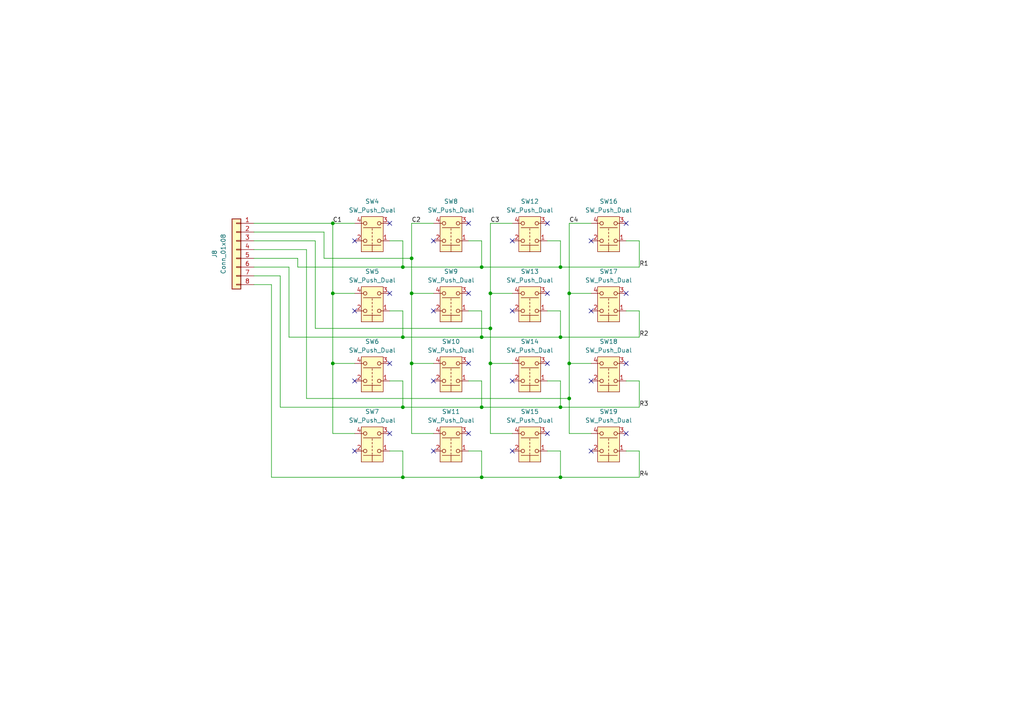
<source format=kicad_sch>
(kicad_sch (version 20250114) (generator "eeschema") (generator_version "9.0")
  (paper "A4")
  (lib_symbols
    (symbol "Connector_Generic:Conn_01x08" (pin_names (offset 1.016) (hide yes))
      (property "Reference" "J" (at 0 10.16 0))
      (property "Value" "Conn_01x08" (at 0 -12.7 0))
      (symbol "Conn_01x08_1_1"
        (rectangle (start -1.27 8.89) (end 1.27 -11.43) (stroke (width 0.254)) (fill (type background)))
        (rectangle (start -1.27 7.747) (end 0 7.493) (stroke (width 0.1524)))
        (rectangle (start -1.27 5.207) (end 0 4.953) (stroke (width 0.1524)))
        (rectangle (start -1.27 2.667) (end 0 2.413) (stroke (width 0.1524)))
        (rectangle (start -1.27 0.127) (end 0 -0.127) (stroke (width 0.1524)))
        (rectangle (start -1.27 -2.413) (end 0 -2.667) (stroke (width 0.1524)))
        (rectangle (start -1.27 -4.953) (end 0 -5.207) (stroke (width 0.1524)))
        (rectangle (start -1.27 -7.493) (end 0 -7.747) (stroke (width 0.1524)))
        (rectangle (start -1.27 -10.033) (end 0 -10.287) (stroke (width 0.1524)))
        (pin passive line (at -5.08 7.62 0) (length 3.81) (name "Pin_1") (number "1"))
        (pin passive line (at -5.08 5.08 0) (length 3.81) (name "Pin_2") (number "2"))
        (pin passive line (at -5.08 2.54 0) (length 3.81) (name "Pin_3") (number "3"))
        (pin passive line (at -5.08 0 0) (length 3.81) (name "Pin_4") (number "4"))
        (pin passive line (at -5.08 -2.54 0) (length 3.81) (name "Pin_5") (number "5"))
        (pin passive line (at -5.08 -5.08 0) (length 3.81) (name "Pin_6") (number "6"))
        (pin passive line (at -5.08 -7.62 0) (length 3.81) (name "Pin_7") (number "7"))
        (pin passive line (at -5.08 -10.16 0) (length 3.81) (name "Pin_8") (number "8"))
      )
    )
    (symbol "Switch:SW_Push_Dual" (pin_names (offset 1.016) (hide yes))
      (property "Reference" "SW" (at 0 7.62 0))
      (property "Value" "SW_Push_Dual" (at 0 -6.35 0))
      (symbol "SW_Push_Dual_0_1"
        (circle (center -2.032 2.54) (radius 0.508))
        (circle (center -2.032 -2.54) (radius 0.508))
        (polyline (pts (xy 0 3.81) (xy 0 5.588)))
        (polyline (pts (xy 0 3.048) (xy 0 3.556)))
        (polyline (pts (xy 0 2.032) (xy 0 2.54)))
        (polyline (pts (xy 0 1.016) (xy 0 1.524)))
        (polyline (pts (xy 0 0.508) (xy 0 0)))
        (polyline (pts (xy 0 -0.508) (xy 0 -1.016)))
        (circle (center 2.032 2.54) (radius 0.508))
        (circle (center 2.032 -2.54) (radius 0.508))
        (polyline (pts (xy 2.54 3.81) (xy -2.54 3.81)))
        (polyline (pts (xy 2.54 -1.27) (xy -2.54 -1.27)))
        (pin passive line (at -5.08 2.54 0) (length 2.54) (name "1") (number "1"))
        (pin passive line (at -5.08 -2.54 0) (length 2.54) (name "3") (number "3"))
        (pin passive line (at 5.08 2.54 180) (length 2.54) (name "2") (number "2"))
        (pin passive line (at 5.08 -2.54 180) (length 2.54) (name "4") (number "4"))
      )
      (symbol "SW_Push_Dual_1_1"
        (rectangle (start -3.175 5.715) (end 3.175 -4.445) (fill (type background)))
      )
    )
  )
  (junction (at 142.24 95.25))
  (junction (at 96.52 85.09))
  (junction (at 162.56 77.47))
  (junction (at 165.1 105.41))
  (junction (at 96.52 105.41))
  (junction (at 139.7 77.47))
  (junction (at 96.52 64.77))
  (junction (at 162.56 97.79))
  (junction (at 119.38 105.41))
  (junction (at 116.84 97.79))
  (junction (at 119.38 74.93))
  (junction (at 162.56 138.43))
  (junction (at 139.7 97.79))
  (junction (at 165.1 115.57))
  (junction (at 116.84 138.43))
  (junction (at 116.84 77.47))
  (junction (at 139.7 138.43))
  (junction (at 162.56 118.11))
  (junction (at 139.7 118.11))
  (junction (at 119.38 85.09))
  (junction (at 142.24 105.41))
  (junction (at 165.1 85.09))
  (junction (at 142.24 85.09))
  (junction (at 116.84 118.11))
  (no_connect (at 171.45 69.85))
  (no_connect (at 171.45 130.81))
  (no_connect (at 102.87 90.17))
  (no_connect (at 135.89 125.73))
  (no_connect (at 113.03 125.73))
  (no_connect (at 181.61 125.73))
  (no_connect (at 125.73 130.81))
  (no_connect (at 125.73 110.49))
  (no_connect (at 113.03 105.41))
  (no_connect (at 158.75 105.41))
  (no_connect (at 148.59 110.49))
  (no_connect (at 125.73 90.17))
  (no_connect (at 102.87 130.81))
  (no_connect (at 113.03 64.77))
  (no_connect (at 181.61 64.77))
  (no_connect (at 135.89 105.41))
  (no_connect (at 148.59 69.85))
  (no_connect (at 171.45 110.49))
  (no_connect (at 148.59 90.17))
  (no_connect (at 181.61 85.09))
  (no_connect (at 148.59 130.81))
  (no_connect (at 158.75 85.09))
  (no_connect (at 158.75 64.77))
  (no_connect (at 135.89 85.09))
  (no_connect (at 102.87 110.49))
  (no_connect (at 125.73 69.85))
  (no_connect (at 113.03 85.09))
  (no_connect (at 102.87 69.85))
  (no_connect (at 135.89 64.77))
  (no_connect (at 181.61 105.41))
  (no_connect (at 171.45 90.17))
  (no_connect (at 158.75 125.73))
  (wire (pts (xy 185.42 118.11) (xy 185.42 110.49)))
  (wire (pts (xy 139.7 97.79) (xy 162.56 97.79)))
  (wire (pts (xy 78.74 82.55) (xy 78.74 138.43)))
  (wire (pts (xy 119.38 74.93) (xy 119.38 85.09)))
  (wire (pts (xy 139.7 118.11) (xy 139.7 110.49)))
  (wire (pts (xy 139.7 77.47) (xy 162.56 77.47)))
  (wire (pts (xy 185.42 69.85) (xy 181.61 69.85)))
  (wire (pts (xy 165.1 64.77) (xy 165.1 85.09)))
  (wire (pts (xy 116.84 138.43) (xy 139.7 138.43)))
  (wire (pts (xy 96.52 85.09) (xy 96.52 105.41)))
  (wire (pts (xy 81.28 80.01) (xy 81.28 118.11)))
  (wire (pts (xy 162.56 118.11) (xy 162.56 110.49)))
  (wire (pts (xy 73.66 69.85) (xy 91.44 69.85)))
  (wire (pts (xy 139.7 138.43) (xy 162.56 138.43)))
  (wire (pts (xy 86.36 77.47) (xy 116.84 77.47)))
  (wire (pts (xy 135.89 130.81) (xy 139.7 130.81)))
  (wire (pts (xy 162.56 110.49) (xy 158.75 110.49)))
  (wire (pts (xy 135.89 90.17) (xy 139.7 90.17)))
  (wire (pts (xy 142.24 64.77) (xy 148.59 64.77)))
  (wire (pts (xy 142.24 85.09) (xy 142.24 95.25)))
  (wire (pts (xy 185.42 138.43) (xy 185.42 130.81)))
  (wire (pts (xy 119.38 85.09) (xy 125.73 85.09)))
  (wire (pts (xy 73.66 74.93) (xy 86.36 74.93)))
  (wire (pts (xy 73.66 64.77) (xy 96.52 64.77)))
  (wire (pts (xy 116.84 77.47) (xy 116.84 69.85)))
  (wire (pts (xy 162.56 97.79) (xy 185.42 97.79)))
  (wire (pts (xy 73.66 72.39) (xy 88.9 72.39)))
  (wire (pts (xy 93.98 74.93) (xy 119.38 74.93)))
  (wire (pts (xy 142.24 85.09) (xy 148.59 85.09)))
  (wire (pts (xy 148.59 125.73) (xy 142.24 125.73)))
  (wire (pts (xy 162.56 118.11) (xy 185.42 118.11)))
  (wire (pts (xy 83.82 97.79) (xy 116.84 97.79)))
  (wire (pts (xy 73.66 67.31) (xy 93.98 67.31)))
  (wire (pts (xy 185.42 97.79) (xy 185.42 90.17)))
  (wire (pts (xy 125.73 125.73) (xy 119.38 125.73)))
  (wire (pts (xy 91.44 95.25) (xy 142.24 95.25)))
  (wire (pts (xy 83.82 77.47) (xy 83.82 97.79)))
  (wire (pts (xy 116.84 118.11) (xy 139.7 118.11)))
  (wire (pts (xy 162.56 90.17) (xy 158.75 90.17)))
  (wire (pts (xy 73.66 80.01) (xy 81.28 80.01)))
  (wire (pts (xy 185.42 77.47) (xy 185.42 69.85)))
  (wire (pts (xy 135.89 69.85) (xy 139.7 69.85)))
  (wire (pts (xy 116.84 110.49) (xy 113.03 110.49)))
  (wire (pts (xy 162.56 130.81) (xy 158.75 130.81)))
  (wire (pts (xy 185.42 90.17) (xy 181.61 90.17)))
  (wire (pts (xy 165.1 105.41) (xy 171.45 105.41)))
  (wire (pts (xy 96.52 105.41) (xy 102.87 105.41)))
  (wire (pts (xy 162.56 138.43) (xy 185.42 138.43)))
  (wire (pts (xy 142.24 105.41) (xy 148.59 105.41)))
  (wire (pts (xy 86.36 74.93) (xy 86.36 77.47)))
  (wire (pts (xy 116.84 97.79) (xy 139.7 97.79)))
  (wire (pts (xy 119.38 85.09) (xy 119.38 105.41)))
  (wire (pts (xy 139.7 138.43) (xy 139.7 130.81)))
  (wire (pts (xy 119.38 64.77) (xy 119.38 74.93)))
  (wire (pts (xy 162.56 69.85) (xy 158.75 69.85)))
  (wire (pts (xy 139.7 118.11) (xy 162.56 118.11)))
  (wire (pts (xy 165.1 85.09) (xy 171.45 85.09)))
  (wire (pts (xy 162.56 77.47) (xy 162.56 69.85)))
  (wire (pts (xy 93.98 67.31) (xy 93.98 74.93)))
  (wire (pts (xy 116.84 69.85) (xy 113.03 69.85)))
  (wire (pts (xy 162.56 77.47) (xy 185.42 77.47)))
  (wire (pts (xy 116.84 138.43) (xy 116.84 130.81)))
  (wire (pts (xy 142.24 95.25) (xy 142.24 105.41)))
  (wire (pts (xy 116.84 118.11) (xy 116.84 110.49)))
  (wire (pts (xy 96.52 125.73) (xy 96.52 105.41)))
  (wire (pts (xy 96.52 64.77) (xy 96.52 85.09)))
  (wire (pts (xy 102.87 125.73) (xy 96.52 125.73)))
  (wire (pts (xy 119.38 105.41) (xy 125.73 105.41)))
  (wire (pts (xy 165.1 85.09) (xy 165.1 105.41)))
  (wire (pts (xy 162.56 97.79) (xy 162.56 90.17)))
  (wire (pts (xy 139.7 97.79) (xy 139.7 90.17)))
  (wire (pts (xy 185.42 130.81) (xy 181.61 130.81)))
  (wire (pts (xy 96.52 64.77) (xy 102.87 64.77)))
  (wire (pts (xy 91.44 69.85) (xy 91.44 95.25)))
  (wire (pts (xy 116.84 97.79) (xy 116.84 90.17)))
  (wire (pts (xy 116.84 90.17) (xy 113.03 90.17)))
  (wire (pts (xy 165.1 105.41) (xy 165.1 115.57)))
  (wire (pts (xy 96.52 85.09) (xy 102.87 85.09)))
  (wire (pts (xy 135.89 110.49) (xy 139.7 110.49)))
  (wire (pts (xy 185.42 110.49) (xy 181.61 110.49)))
  (wire (pts (xy 116.84 77.47) (xy 139.7 77.47)))
  (wire (pts (xy 81.28 118.11) (xy 116.84 118.11)))
  (wire (pts (xy 88.9 72.39) (xy 88.9 115.57)))
  (wire (pts (xy 165.1 115.57) (xy 165.1 125.73)))
  (wire (pts (xy 116.84 130.81) (xy 113.03 130.81)))
  (wire (pts (xy 119.38 64.77) (xy 125.73 64.77)))
  (wire (pts (xy 119.38 105.41) (xy 119.38 125.73)))
  (wire (pts (xy 142.24 105.41) (xy 142.24 125.73)))
  (wire (pts (xy 78.74 138.43) (xy 116.84 138.43)))
  (wire (pts (xy 73.66 82.55) (xy 78.74 82.55)))
  (wire (pts (xy 171.45 125.73) (xy 165.1 125.73)))
  (wire (pts (xy 139.7 77.47) (xy 139.7 69.85)))
  (wire (pts (xy 142.24 64.77) (xy 142.24 85.09)))
  (wire (pts (xy 88.9 115.57) (xy 165.1 115.57)))
  (wire (pts (xy 162.56 138.43) (xy 162.56 130.81)))
  (wire (pts (xy 73.66 77.47) (xy 83.82 77.47)))
  (wire (pts (xy 165.1 64.77) (xy 171.45 64.77)))
  (label "C3" (at 142.24 64.77 0))
  (label "C4" (at 165.1 64.77 0))
  (label "R2" (at 185.42 97.79 0))
  (label "C2" (at 119.38 64.77 0))
  (label "R1" (at 185.42 77.47 0))
  (label "C1" (at 96.52 64.77 0))
  (label "R4" (at 185.42 138.43 0))
  (label "R3" (at 185.42 118.11 0))
  (symbol (lib_id "Switch:SW_Push_Dual") (at 153.67 87.63 180) (unit 1)
    (property "Reference" "SW13" (at 153.67 78.74 0))
    (property "Value" "SW_Push_Dual" (at 153.67 81.28 0))
    (property "Description" "Push button switch, generic, symbol, four pins" (effects (hide yes)))
  )
  (symbol (lib_id "Switch:SW_Push_Dual") (at 153.67 107.95 180) (unit 1)
    (property "Reference" "SW14" (at 153.67 99.06 0))
    (property "Value" "SW_Push_Dual" (at 153.67 101.6 0))
    (property "Description" "Push button switch, generic, symbol, four pins" (effects (hide yes)))
  )
  (symbol (lib_id "Connector_Generic:Conn_01x08") (at 68.58 72.39 0) (mirror y) (unit 1)
    (property "Reference" "J8" (at 62.23 73.66 90))
    (property "Value" "Conn_01x08" (at 64.77 73.66 90))
    (property "Description" "Generic connector, single row, 01x08, script generated (kicad-library-utils/schlib/autogen/connector/)" (effects (hide yes)))
  )
  (symbol (lib_id "Switch:SW_Push_Dual") (at 176.53 67.31 180) (unit 1)
    (property "Reference" "SW16" (at 176.53 58.42 0))
    (property "Value" "SW_Push_Dual" (at 176.53 60.96 0))
    (property "Description" "Push button switch, generic, symbol, four pins" (effects (hide yes)))
  )
  (symbol (lib_id "Switch:SW_Push_Dual") (at 107.95 87.63 180) (unit 1)
    (property "Reference" "SW5" (at 107.95 78.74 0))
    (property "Value" "SW_Push_Dual" (at 107.95 81.28 0))
    (property "Description" "Push button switch, generic, symbol, four pins" (effects (hide yes)))
  )
  (symbol (lib_id "Switch:SW_Push_Dual") (at 130.81 128.27 180) (unit 1)
    (property "Reference" "SW11" (at 130.81 119.38 0))
    (property "Value" "SW_Push_Dual" (at 130.81 121.92 0))
    (property "Description" "Push button switch, generic, symbol, four pins" (effects (hide yes)))
  )
  (symbol (lib_id "Switch:SW_Push_Dual") (at 130.81 107.95 180) (unit 1)
    (property "Reference" "SW10" (at 130.81 99.06 0))
    (property "Value" "SW_Push_Dual" (at 130.81 101.6 0))
    (property "Description" "Push button switch, generic, symbol, four pins" (effects (hide yes)))
  )
  (symbol (lib_id "Switch:SW_Push_Dual") (at 176.53 87.63 180) (unit 1)
    (property "Reference" "SW17" (at 176.53 78.74 0))
    (property "Value" "SW_Push_Dual" (at 176.53 81.28 0))
    (property "Description" "Push button switch, generic, symbol, four pins" (effects (hide yes)))
  )
  (symbol (lib_id "Switch:SW_Push_Dual") (at 176.53 128.27 180) (unit 1)
    (property "Reference" "SW19" (at 176.53 119.38 0))
    (property "Value" "SW_Push_Dual" (at 176.53 121.92 0))
    (property "Description" "Push button switch, generic, symbol, four pins" (effects (hide yes)))
  )
  (symbol (lib_id "Switch:SW_Push_Dual") (at 107.95 107.95 180) (unit 1)
    (property "Reference" "SW6" (at 107.95 99.06 0))
    (property "Value" "SW_Push_Dual" (at 107.95 101.6 0))
    (property "Description" "Push button switch, generic, symbol, four pins" (effects (hide yes)))
  )
  (symbol (lib_id "Switch:SW_Push_Dual") (at 176.53 107.95 180) (unit 1)
    (property "Reference" "SW18" (at 176.53 99.06 0))
    (property "Value" "SW_Push_Dual" (at 176.53 101.6 0))
    (property "Description" "Push button switch, generic, symbol, four pins" (effects (hide yes)))
  )
  (symbol (lib_id "Switch:SW_Push_Dual") (at 153.67 128.27 180) (unit 1)
    (property "Reference" "SW15" (at 153.67 119.38 0))
    (property "Value" "SW_Push_Dual" (at 153.67 121.92 0))
    (property "Description" "Push button switch, generic, symbol, four pins" (effects (hide yes)))
  )
  (symbol (lib_id "Switch:SW_Push_Dual") (at 107.95 128.27 180) (unit 1)
    (property "Reference" "SW7" (at 107.95 119.38 0))
    (property "Value" "SW_Push_Dual" (at 107.95 121.92 0))
    (property "Description" "Push button switch, generic, symbol, four pins" (effects (hide yes)))
  )
  (symbol (lib_id "Switch:SW_Push_Dual") (at 153.67 67.31 180) (unit 1)
    (property "Reference" "SW12" (at 153.67 58.42 0))
    (property "Value" "SW_Push_Dual" (at 153.67 60.96 0))
    (property "Description" "Push button switch, generic, symbol, four pins" (effects (hide yes)))
  )
  (symbol (lib_id "Switch:SW_Push_Dual") (at 130.81 87.63 180) (unit 1)
    (property "Reference" "SW9" (at 130.81 78.74 0))
    (property "Value" "SW_Push_Dual" (at 130.81 81.28 0))
    (property "Description" "Push button switch, generic, symbol, four pins" (effects (hide yes)))
  )
  (symbol (lib_id "Switch:SW_Push_Dual") (at 130.81 67.31 180) (unit 1)
    (property "Reference" "SW8" (at 130.81 58.42 0))
    (property "Value" "SW_Push_Dual" (at 130.81 60.96 0))
    (property "Description" "Push button switch, generic, symbol, four pins" (effects (hide yes)))
  )
  (symbol (lib_id "Switch:SW_Push_Dual") (at 107.95 67.31 180) (unit 1)
    (property "Reference" "SW4" (at 107.95 58.42 0))
    (property "Value" "SW_Push_Dual" (at 107.95 60.96 0))
    (property "Description" "Push button switch, generic, symbol, four pins" (effects (hide yes)))
  )
)
</source>
